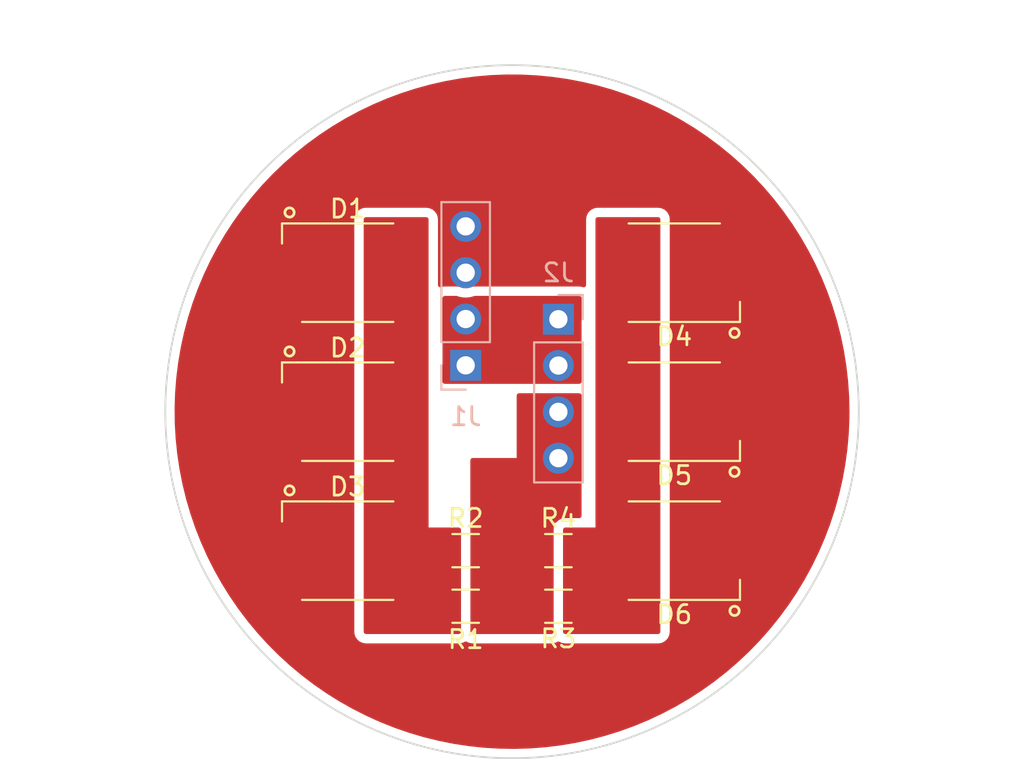
<source format=kicad_pcb>
(kicad_pcb (version 20211014) (generator pcbnew)
  (layers (0 "F.Cu" signal "Front") (31 "B.Cu" signal "Back") (34 "B.Paste" user) (35 "F.Paste" user) (36 "B.SilkS" user "B.Silkscreen") (37 "F.SilkS" user "F.Silkscreen") (38 "B.Mask" user) (39 "F.Mask" user) (44 "Edge.Cuts" user))
  (net 0 "")
  (net 1 "GND")
  (net 2 "Net-(D1-Pad4)")
  (net 3 "Net-(D4-Pad4)")
  (net 4 "+12V")
  (net 5 "Net-(J2-Pad3)")
  (footprint "LED_SMD:LED_RGB_5050-6" (layer "F.Cu") (at 66.294 55.88 180)
    (fp_text reference "D5" (at 0 -3.5) (layer "F.SilkS"))
    (fp_text value "5050_led_(3-in-1)")
    (fp_line (start -3.6 -1.6) (end -3.6 -2.7) (layer "F.SilkS") (width 0.12))
    (fp_line (start -3.6 -2.7) (end 2.5 -2.7) (layer "F.SilkS") (width 0.12))
    (fp_line (start 2.5 2.7) (end -2.5 2.7) (layer "F.SilkS") (width 0.12))
    (pad "1" smd rect (at -2.4 -1.7 270) (size 1.1 2) (layers "F.Cu" "F.Paste" "F.Mask") (net 1 "GND"))
    (pad "2" smd rect (at -2.4 0 270) (size 1.1 2) (layers "F.Cu" "F.Paste" "F.Mask") (net 1 "GND"))
    (pad "3" smd rect (at -2.4 1.7 270) (size 1.1 2) (layers "F.Cu" "F.Paste" "F.Mask") (net 1 "GND"))
    (pad "4" smd rect (at 2.4 1.7 270) (size 1.1 2) (layers "F.Cu" "F.Paste" "F.Mask") (net 3 "Net-(D4-Pad4)"))
    (pad "5" smd rect (at 2.4 0 270) (size 1.1 2) (layers "F.Cu" "F.Paste" "F.Mask") (net 3 "Net-(D4-Pad4)"))
    (pad "6" smd rect (at 2.4 -1.7 270) (size 1.1 2) (layers "F.Cu" "F.Paste" "F.Mask") (net 3 "Net-(D4-Pad4)"))
  )
  (footprint "Resistor_SMD:R_1206_3216Metric" (layer "F.Cu") (at 59.944 63.5)
    (fp_text reference "R4" (at 0 -1.778) (layer "F.SilkS"))
    (fp_text value "150")
    (fp_line (start -0.727064 0.91) (end 0.727064 0.91) (layer "F.SilkS") (width 0.12))
    (fp_line (start -0.727064 -0.91) (end 0.727064 -0.91) (layer "F.SilkS") (width 0.12))
    (pad "1" smd roundrect (at -1.4625 0) (size 1.125 1.75) (layers "F.Cu" "F.Paste" "F.Mask") (roundrect_rratio 0.222222) (net 5 "Net-(J2-Pad3)"))
    (pad "2" smd roundrect (at 1.4625 0) (size 1.125 1.75) (layers "F.Cu" "F.Paste" "F.Mask") (roundrect_rratio 0.222222) (net 3 "Net-(D4-Pad4)"))
  )
  (footprint "Resistor_SMD:R_1206_3216Metric" (layer "F.Cu") (at 54.864 66.548 180)
    (fp_text reference "R1" (at 0 -1.82) (layer "F.SilkS"))
    (fp_text value "150")
    (fp_line (start -0.727064 -0.91) (end 0.727064 -0.91) (layer "F.SilkS") (width 0.12))
    (fp_line (start -0.727064 0.91) (end 0.727064 0.91) (layer "F.SilkS") (width 0.12))
    (pad "1" smd roundrect (at -1.4625 0 180) (size 1.125 1.75) (layers "F.Cu" "F.Paste" "F.Mask") (roundrect_rratio 0.222222) (net 5 "Net-(J2-Pad3)"))
    (pad "2" smd roundrect (at 1.4625 0 180) (size 1.125 1.75) (layers "F.Cu" "F.Paste" "F.Mask") (roundrect_rratio 0.222222) (net 2 "Net-(D1-Pad4)"))
  )
  (footprint "LED_SMD:LED_RGB_5050-6" (layer "F.Cu") (at 66.294 48.26 180)
    (fp_text reference "D4" (at 0 -3.5) (layer "F.SilkS"))
    (fp_text value "5050_led_(3-in-1)")
    (fp_line (start 2.5 2.7) (end -2.5 2.7) (layer "F.SilkS") (width 0.12))
    (fp_line (start -3.6 -1.6) (end -3.6 -2.7) (layer "F.SilkS") (width 0.12))
    (fp_line (start -3.6 -2.7) (end 2.5 -2.7) (layer "F.SilkS") (width 0.12))
    (pad "1" smd rect (at -2.4 -1.7 270) (size 1.1 2) (layers "F.Cu" "F.Paste" "F.Mask") (net 1 "GND"))
    (pad "2" smd rect (at -2.4 0 270) (size 1.1 2) (layers "F.Cu" "F.Paste" "F.Mask") (net 1 "GND"))
    (pad "3" smd rect (at -2.4 1.7 270) (size 1.1 2) (layers "F.Cu" "F.Paste" "F.Mask") (net 1 "GND"))
    (pad "4" smd rect (at 2.4 1.7 270) (size 1.1 2) (layers "F.Cu" "F.Paste" "F.Mask") (net 3 "Net-(D4-Pad4)"))
    (pad "5" smd rect (at 2.4 0 270) (size 1.1 2) (layers "F.Cu" "F.Paste" "F.Mask") (net 3 "Net-(D4-Pad4)"))
    (pad "6" smd rect (at 2.4 -1.7 270) (size 1.1 2) (layers "F.Cu" "F.Paste" "F.Mask") (net 3 "Net-(D4-Pad4)"))
  )
  (footprint "Resistor_SMD:R_1206_3216Metric" (layer "F.Cu") (at 54.864 63.5 180)
    (fp_text reference "R2" (at 0 1.778) (layer "F.SilkS"))
    (fp_text value "150")
    (fp_line (start -0.727064 0.91) (end 0.727064 0.91) (layer "F.SilkS") (width 0.12))
    (fp_line (start -0.727064 -0.91) (end 0.727064 -0.91) (layer "F.SilkS") (width 0.12))
    (pad "1" smd roundrect (at -1.4625 0 180) (size 1.125 1.75) (layers "F.Cu" "F.Paste" "F.Mask") (roundrect_rratio 0.222222) (net 5 "Net-(J2-Pad3)"))
    (pad "2" smd roundrect (at 1.4625 0 180) (size 1.125 1.75) (layers "F.Cu" "F.Paste" "F.Mask") (roundrect_rratio 0.222222) (net 2 "Net-(D1-Pad4)"))
  )
  (footprint "LED_SMD:LED_RGB_5050-6" (layer "F.Cu") (at 48.4 48.26)
    (fp_text reference "D1" (at 0 -3.5 180) (layer "F.SilkS"))
    (fp_text value "5050_led_(3-in-1)")
    (fp_line (start -3.6 -2.7) (end 2.5 -2.7) (layer "F.SilkS") (width 0.12))
    (fp_line (start -3.6 -1.6) (end -3.6 -2.7) (layer "F.SilkS") (width 0.12))
    (fp_line (start 2.5 2.7) (end -2.5 2.7) (layer "F.SilkS") (width 0.12))
    (pad "1" smd rect (at -2.4 -1.7 90) (size 1.1 2) (layers "F.Cu" "F.Paste" "F.Mask") (net 1 "GND"))
    (pad "2" smd rect (at -2.4 0 90) (size 1.1 2) (layers "F.Cu" "F.Paste" "F.Mask") (net 1 "GND"))
    (pad "3" smd rect (at -2.4 1.7 90) (size 1.1 2) (layers "F.Cu" "F.Paste" "F.Mask") (net 1 "GND"))
    (pad "4" smd rect (at 2.4 1.7 90) (size 1.1 2) (layers "F.Cu" "F.Paste" "F.Mask") (net 2 "Net-(D1-Pad4)"))
    (pad "5" smd rect (at 2.4 0 90) (size 1.1 2) (layers "F.Cu" "F.Paste" "F.Mask") (net 2 "Net-(D1-Pad4)"))
    (pad "6" smd rect (at 2.4 -1.7 90) (size 1.1 2) (layers "F.Cu" "F.Paste" "F.Mask") (net 2 "Net-(D1-Pad4)"))
  )
  (footprint "Resistor_SMD:R_1206_3216Metric" (layer "F.Cu") (at 59.944 66.548)
    (fp_text reference "R3" (at 0 1.778) (layer "F.SilkS"))
    (fp_text value "150")
    (fp_line (start -0.727064 0.91) (end 0.727064 0.91) (layer "F.SilkS") (width 0.12))
    (fp_line (start -0.727064 -0.91) (end 0.727064 -0.91) (layer "F.SilkS") (width 0.12))
    (pad "1" smd roundrect (at -1.4625 0) (size 1.125 1.75) (layers "F.Cu" "F.Paste" "F.Mask") (roundrect_rratio 0.222222) (net 5 "Net-(J2-Pad3)"))
    (pad "2" smd roundrect (at 1.4625 0) (size 1.125 1.75) (layers "F.Cu" "F.Paste" "F.Mask") (roundrect_rratio 0.222222) (net 3 "Net-(D4-Pad4)"))
  )
  (footprint "LED_SMD:LED_RGB_5050-6" (layer "F.Cu") (at 48.4 63.5)
    (fp_text reference "D3" (at 0 -3.5 180) (layer "F.SilkS"))
    (fp_text value "5050_led_(3-in-1)")
    (fp_line (start -3.6 -2.7) (end 2.5 -2.7) (layer "F.SilkS") (width 0.12))
    (fp_line (start 2.5 2.7) (end -2.5 2.7) (layer "F.SilkS") (width 0.12))
    (fp_line (start -3.6 -1.6) (end -3.6 -2.7) (layer "F.SilkS") (width 0.12))
    (pad "1" smd rect (at -2.4 -1.7 90) (size 1.1 2) (layers "F.Cu" "F.Paste" "F.Mask") (net 1 "GND"))
    (pad "2" smd rect (at -2.4 0 90) (size 1.1 2) (layers "F.Cu" "F.Paste" "F.Mask") (net 1 "GND"))
    (pad "3" smd rect (at -2.4 1.7 90) (size 1.1 2) (layers "F.Cu" "F.Paste" "F.Mask") (net 1 "GND"))
    (pad "4" smd rect (at 2.4 1.7 90) (size 1.1 2) (layers "F.Cu" "F.Paste" "F.Mask") (net 2 "Net-(D1-Pad4)"))
    (pad "5" smd rect (at 2.4 0 90) (size 1.1 2) (layers "F.Cu" "F.Paste" "F.Mask") (net 2 "Net-(D1-Pad4)"))
    (pad "6" smd rect (at 2.4 -1.7 90) (size 1.1 2) (layers "F.Cu" "F.Paste" "F.Mask") (net 2 "Net-(D1-Pad4)"))
  )
  (footprint "LED_SMD:LED_RGB_5050-6" (layer "F.Cu") (at 66.294 63.5 180)
    (fp_text reference "D6" (at 0 -3.5) (layer "F.SilkS"))
    (fp_text value "5050_led_(3-in-1)")
    (fp_line (start -3.6 -2.7) (end 2.5 -2.7) (layer "F.SilkS") (width 0.12))
    (fp_line (start -3.6 -1.6) (end -3.6 -2.7) (layer "F.SilkS") (width 0.12))
    (fp_line (start 2.5 2.7) (end -2.5 2.7) (layer "F.SilkS") (width 0.12))
    (pad "1" smd rect (at -2.4 -1.7 270) (size 1.1 2) (layers "F.Cu" "F.Paste" "F.Mask") (net 1 "GND"))
    (pad "2" smd rect (at -2.4 0 270) (size 1.1 2) (layers "F.Cu" "F.Paste" "F.Mask") (net 1 "GND"))
    (pad "3" smd rect (at -2.4 1.7 270) (size 1.1 2) (layers "F.Cu" "F.Paste" "F.Mask") (net 1 "GND"))
    (pad "4" smd rect (at 2.4 1.7 270) (size 1.1 2) (layers "F.Cu" "F.Paste" "F.Mask") (net 3 "Net-(D4-Pad4)"))
    (pad "5" smd rect (at 2.4 0 270) (size 1.1 2) (layers "F.Cu" "F.Paste" "F.Mask") (net 3 "Net-(D4-Pad4)"))
    (pad "6" smd rect (at 2.4 -1.7 270) (size 1.1 2) (layers "F.Cu" "F.Paste" "F.Mask") (net 3 "Net-(D4-Pad4)"))
  )
  (footprint "LED_SMD:LED_RGB_5050-6" (layer "F.Cu") (at 48.4 55.88)
    (fp_text reference "D2" (at 0 -3.5 180) (layer "F.SilkS"))
    (fp_text value "5050_led_(3-in-1)")
    (fp_line (start 2.5 2.7) (end -2.5 2.7) (layer "F.SilkS") (width 0.12))
    (fp_line (start -3.6 -2.7) (end 2.5 -2.7) (layer "F.SilkS") (width 0.12))
    (fp_line (start -3.6 -1.6) (end -3.6 -2.7) (layer "F.SilkS") (width 0.12))
    (pad "1" smd rect (at -2.4 -1.7 90) (size 1.1 2) (layers "F.Cu" "F.Paste" "F.Mask") (net 1 "GND"))
    (pad "2" smd rect (at -2.4 0 90) (size 1.1 2) (layers "F.Cu" "F.Paste" "F.Mask") (net 1 "GND"))
    (pad "3" smd rect (at -2.4 1.7 90) (size 1.1 2) (layers "F.Cu" "F.Paste" "F.Mask") (net 1 "GND"))
    (pad "4" smd rect (at 2.4 1.7 90) (size 1.1 2) (layers "F.Cu" "F.Paste" "F.Mask") (net 2 "Net-(D1-Pad4)"))
    (pad "5" smd rect (at 2.4 0 90) (size 1.1 2) (layers "F.Cu" "F.Paste" "F.Mask") (net 2 "Net-(D1-Pad4)"))
    (pad "6" smd rect (at 2.4 -1.7 90) (size 1.1 2) (layers "F.Cu" "F.Paste" "F.Mask") (net 2 "Net-(D1-Pad4)"))
  )
  (footprint "Connector_PinHeader_2.54mm:PinHeader_1x04_P2.54mm_Vertical" (layer "B.Cu") (at 59.944 50.81 180)
    (fp_text reference "J2" (at 0 2.55) (layer "B.SilkS") (effects (justify mirror)))
    (fp_text value "SW")
    (fp_line (start -1.33 -8.95) (end 1.33 -8.95) (layer "B.SilkS") (width 0.12))
    (fp_line (start -1.33 -1.27) (end -1.33 -8.95) (layer "B.SilkS") (width 0.12))
    (fp_line (start 1.33 -1.27) (end 1.33 -8.95) (layer "B.SilkS") (width 0.12))
    (fp_line (start -1.33 1.33) (end 0 1.33) (layer "B.SilkS") (width 0.12))
    (fp_line (start -1.33 -1.27) (end 1.33 -1.27) (layer "B.SilkS") (width 0.12))
    (fp_line (start -1.33 0) (end -1.33 1.33) (layer "B.SilkS") (width 0.12))
    (pad "1" thru_hole rect (at 0 0 180) (size 1.7 1.7) (drill 1) (layers *.Cu *.Mask) (net 4 "+12V"))
    (pad "2" thru_hole oval (at 0 -2.54 180) (size 1.7 1.7) (drill 1) (layers *.Cu *.Mask) (net 4 "+12V"))
    (pad "3" thru_hole oval (at 0 -5.08 180) (size 1.7 1.7) (drill 1) (layers *.Cu *.Mask) (net 5 "Net-(J2-Pad3)"))
    (pad "4" thru_hole oval (at 0 -7.62 180) (size 1.7 1.7) (drill 1) (layers *.Cu *.Mask) (net 5 "Net-(J2-Pad3)"))
  )
  (footprint "Connector_PinHeader_2.54mm:PinHeader_1x04_P2.54mm_Vertical" (layer "B.Cu") (at 54.864 53.34)
    (fp_text reference "J1" (at 0 2.804) (layer "B.SilkS") (effects (justify mirror)))
    (fp_text value "PWR")
    (fp_line (start -1.33 -8.95) (end 1.33 -8.95) (layer "B.SilkS") (width 0.12))
    (fp_line (start -1.33 1.33) (end 0 1.33) (layer "B.SilkS") (width 0.12))
    (fp_line (start -1.33 -1.27) (end -1.33 -8.95) (layer "B.SilkS") (width 0.12))
    (fp_line (start -1.33 0) (end -1.33 1.33) (layer "B.SilkS") (width 0.12))
    (fp_line (start 1.33 -1.27) (end 1.33 -8.95) (layer "B.SilkS") (width 0.12))
    (fp_line (start -1.33 -1.27) (end 1.33 -1.27) (layer "B.SilkS") (width 0.12))
    (pad "1" thru_hole rect (at 0 0) (size 1.7 1.7) (drill 1) (layers *.Cu *.Mask) (net 4 "+12V"))
    (pad "2" thru_hole oval (at 0 -2.54) (size 1.7 1.7) (drill 1) (layers *.Cu *.Mask) (net 4 "+12V"))
    (pad "3" thru_hole oval (at 0 -5.08) (size 1.7 1.7) (drill 1) (layers *.Cu *.Mask) (net 1 "GND"))
    (pad "4" thru_hole oval (at 0 -7.62) (size 1.7 1.7) (drill 1) (layers *.Cu *.Mask) (net 1 "GND"))
  )
  (gr_circle (center 69.596 66.802) (end 69.596 67.056) (layer "F.SilkS") (width 0.1524) (fill none))
  (gr_circle (center 69.596 51.562) (end 69.596 51.816) (layer "F.SilkS") (width 0.1524) (fill none))
  (gr_circle (center 69.596 59.182) (end 69.596 59.436) (layer "F.SilkS") (width 0.1524) (fill none))
  (gr_circle (center 45.212 52.578) (end 45.212 52.832) (layer "F.SilkS") (width 0.1524) (fill none))
  (gr_circle (center 45.212 60.198) (end 45.212 60.452) (layer "F.SilkS") (width 0.1524) (fill none))
  (gr_circle (center 45.212 44.958) (end 45.212 45.212) (layer "F.SilkS") (width 0.1524) (fill none))
  (gr_circle (center 57.404 55.88) (end 76.404 55.88) (layer "Edge.Cuts") (width 0.1) (fill none))
  (segment (start 59.944 55.89) (end 59.944 58.43) (width 1.27) (layer "F.Cu") (net 5))
  (zone (net 2) (net_name "Net-(D1-Pad4)") (layer "F.Cu") (priority 2) (connect_pads yes (clearance 0.508)) (min_thickness 0.254) (fill yes (thermal_gap 0.508) (thermal_bridge_width 0.508))
    (polygon (pts (xy 52.832 62.23) (xy 54.61 62.23) (xy 54.61 68.072) (xy 49.276 68.072) (xy 49.276 45.212) (xy 52.832 45.212)))
  )
  (zone (net 5) (net_name "Net-(J2-Pad3)") (layer "F.Cu") (priority 1) (connect_pads yes (clearance 0.508)) (min_thickness 0.254) (fill yes (thermal_gap 0.508) (thermal_bridge_width 0.508))
    (polygon (pts (xy 61.214 61.976) (xy 59.69 61.976) (xy 59.69 68.072) (xy 55.118 68.072) (xy 55.118 58.42) (xy 57.658 58.42) (xy 57.658 54.864) (xy 61.214 54.864)))
  )
  (zone (net 1) (net_name "GND") (layer "F.Cu") (connect_pads yes (clearance 0.508)) (min_thickness 0.254) (fill yes (thermal_gap 0.508) (thermal_bridge_width 0.508))
    (polygon (pts (xy 76.408924 55.88) (xy 76.38936 55.01788) (xy 76.330707 54.157535) (xy 76.233087 53.300736) (xy 76.096701 52.449247) (xy 75.921829 51.604822) (xy 75.708831 50.769199) (xy 75.458147 49.944099) (xy 75.170291 49.131219) (xy 74.845857 48.332235) (xy 74.485513 47.54879) (xy 74.09 46.782498) (xy 73.660133 46.034936) (xy 73.196797 45.307644) (xy 72.700945 44.602119) (xy 72.1736 43.919814) (xy 71.615846 43.262133) (xy 71.028832 42.63043) (xy 70.413766 42.026007) (xy 69.771915 41.450107) (xy 69.1046 40.903916) (xy 68.413195 40.388558) (xy 67.699123 39.905096) (xy 66.963856 39.454523) (xy 66.208906 39.037768) (xy 65.435828 38.655689) (xy 64.646214 38.309073) (xy 63.841688 37.998632) (xy 63.023909 37.725007) (xy 62.194559 37.488761) (xy 61.355346 37.290379) (xy 60.507997 37.130271) (xy 59.654258 37.008766) (xy 58.795886 36.926114) (xy 57.934649 36.882486) (xy 57.072318 36.877971) (xy 56.210671 36.912578) (xy 55.35148 36.986236) (xy 54.496516 37.098795) (xy 53.647537 37.250021) (xy 52.806293 37.439603) (xy 51.974514 37.667152) (xy 51.153914 37.932199) (xy 50.346183 38.234197) (xy 49.552982 38.572526) (xy 48.775945 38.946489) (xy 48.016672 39.355315) (xy 47.276727 39.798163) (xy 46.557632 40.274122) (xy 45.860868 40.782211) (xy 45.18787 41.321384) (xy 44.540024 41.890531) (xy 43.918662 42.48848) (xy 43.325065 43.114001) (xy 42.760454 43.765806) (xy 42.225993 44.442551) (xy 41.722781 45.142845) (xy 41.251854 45.865245) (xy 40.814182 46.608264) (xy 40.410667 47.370373) (xy 40.042138 48.150001) (xy 39.709355 48.945544) (xy 39.413003 49.755365) (xy 39.153691 50.577795) (xy 38.931955 51.411142) (xy 38.74825 52.25369) (xy 38.602954 53.103703) (xy 38.496368 53.959433) (xy 38.428709 54.819117) (xy 38.400118 55.680985) (xy 38.410653 56.543262) (xy 38.460293 57.404174) (xy 38.548936 58.261949) (xy 38.676398 59.114819) (xy 38.842418 59.961029) (xy 39.046653 60.798836) (xy 39.288684 61.626517) (xy 39.568011 62.442366) (xy 39.884061 63.244704) (xy 40.236181 64.03188) (xy 40.623648 64.802271) (xy 41.045663 65.554293) (xy 41.501358 66.286397) (xy 41.989794 66.997076) (xy 42.509965 67.684866) (xy 43.060802 68.348352) (xy 43.641169 68.986167) (xy 44.249872 69.596998) (xy 44.885657 70.179588) (xy 45.547216 70.732737) (xy 46.233186 71.255306) (xy 46.942155 71.74622) (xy 47.672664 72.204468) (xy 48.423209 72.629105) (xy 49.192243 73.019259) (xy 49.978185 73.374125) (xy 50.779415 73.692973) (xy 51.594284 73.975147) (xy 52.421115 74.220065) (xy 53.258204 74.427224) (xy 54.10383 74.596197) (xy 54.956249 74.726635) (xy 55.813709 74.818271) (xy 56.674443 74.870916) (xy 57.536678 74.884461) (xy 58.398641 74.858878) (xy 59.258556 74.794221) (xy 60.114652 74.690622) (xy 60.965168 74.548295) (xy 61.808351 74.367532) (xy 62.642467 74.148705) (xy 63.465797 73.892267) (xy 64.276647 73.598743) (xy 65.073348 73.268739) (xy 65.854258 72.902934) (xy 66.61777 72.502081) (xy 67.362312 72.067006) (xy 68.086352 71.598603) (xy 68.788398 71.097839) (xy 69.467005 70.565743) (xy 70.120776 70.003411) (xy 70.748365 69.412001) (xy 71.34848 68.79273) (xy 71.919885 68.146874) (xy 72.461404 67.475762) (xy 72.971922 66.780777) (xy 73.450388 66.063348) (xy 73.895816 65.324952) (xy 74.307291 64.567111) (xy 74.683963 63.791385) (xy 75.025059 62.99937) (xy 75.329875 62.192697) (xy 75.597784 61.373027) (xy 75.828235 60.542048) (xy 76.020753 59.701471) (xy 76.174942 58.853025) (xy 76.290484 57.998459) (xy 76.367141 57.13953) (xy 76.404756 56.278009)))
  )
  (zone (net 4) (net_name "+12V") (layer "F.Cu") (priority 3) (connect_pads yes (clearance 0.508)) (min_thickness 0.254) (fill yes (thermal_gap 0.508) (thermal_bridge_width 0.508))
    (polygon (pts (xy 61.214 54.356) (xy 53.594 54.356) (xy 53.594 49.53) (xy 61.214 49.53)))
  )
  (zone (net 3) (net_name "Net-(D4-Pad4)") (layer "F.Cu") (priority 2) (connect_pads yes (clearance 0.508)) (min_thickness 0.254) (fill yes (thermal_gap 0.508) (thermal_bridge_width 0.508))
    (polygon (pts (xy 65.532 68.072) (xy 60.198 68.072) (xy 60.198 62.23) (xy 61.976 62.23) (xy 61.976 45.212) (xy 65.532 45.212)))
  )
)
</source>
